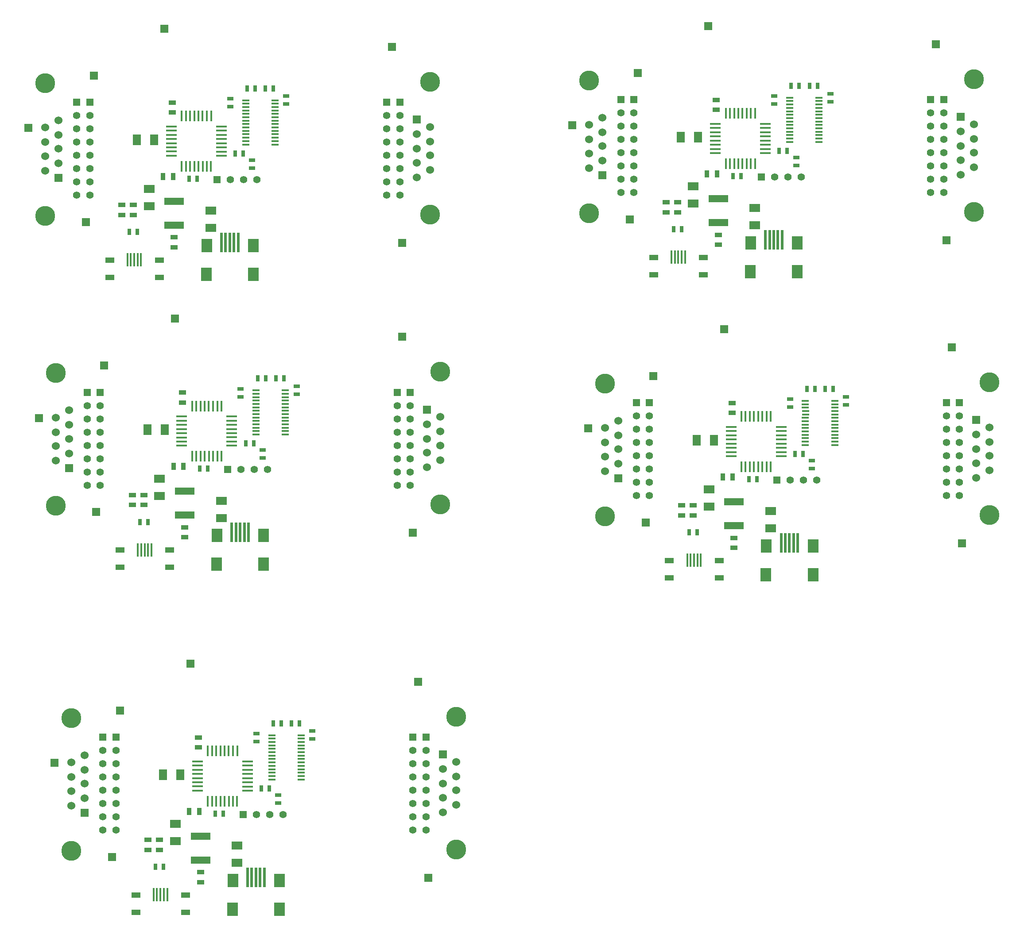
<source format=gbs>
G04 (created by PCBNEW (2013-jul-07)-stable) date śro, 10 cze 2015, 22:39:15*
%MOIN*%
G04 Gerber Fmt 3.4, Leading zero omitted, Abs format*
%FSLAX34Y34*%
G01*
G70*
G90*
G04 APERTURE LIST*
%ADD10C,0.00590551*%
%ADD11R,0.0579X0.0165*%
%ADD12C,0.15*%
%ADD13R,0.06X0.06*%
%ADD14C,0.06*%
%ADD15R,0.08X0.06*%
%ADD16R,0.06X0.08*%
%ADD17R,0.035X0.055*%
%ADD18R,0.055X0.035*%
%ADD19R,0.025X0.045*%
%ADD20R,0.045X0.025*%
%ADD21R,0.0787X0.0177*%
%ADD22R,0.0177X0.0787*%
%ADD23R,0.015748X0.0984252*%
%ADD24R,0.0708661X0.0393701*%
%ADD25R,0.055X0.055*%
%ADD26C,0.055*%
%ADD27R,0.0196X0.145669*%
%ADD28R,0.0787X0.0984*%
%ADD29R,0.15X0.055*%
%ADD30R,0.0590551X0.0590551*%
G04 APERTURE END LIST*
G54D10*
G54D11*
X69350Y-15403D03*
X69350Y-15659D03*
X69350Y-15915D03*
X69350Y-16171D03*
X67148Y-14639D03*
X69350Y-14635D03*
X69350Y-14891D03*
X69350Y-15147D03*
X67146Y-16427D03*
X67146Y-16171D03*
X67146Y-15915D03*
X67146Y-15659D03*
X67146Y-15403D03*
X67146Y-15147D03*
X69350Y-16427D03*
X67148Y-14891D03*
X69350Y-14379D03*
X69350Y-16683D03*
X67146Y-16683D03*
X67146Y-14379D03*
X69350Y-14124D03*
X69350Y-16938D03*
X67146Y-16938D03*
X67146Y-14124D03*
X69350Y-13868D03*
X69350Y-17194D03*
X67146Y-17194D03*
X67146Y-13868D03*
G54D12*
X52059Y-22569D03*
X52059Y-12569D03*
G54D13*
X53059Y-19719D03*
G54D14*
X53059Y-18619D03*
X53059Y-17519D03*
X53059Y-16469D03*
X53059Y-15369D03*
X52059Y-15919D03*
X52059Y-17019D03*
X52059Y-18069D03*
X52059Y-19169D03*
G54D12*
X81011Y-12469D03*
X81011Y-22469D03*
G54D13*
X80011Y-15319D03*
G54D14*
X80011Y-16419D03*
X80011Y-17519D03*
X80011Y-18569D03*
X80011Y-19669D03*
X81011Y-19119D03*
X81011Y-18019D03*
X81011Y-16969D03*
X81011Y-15869D03*
G54D15*
X59881Y-21831D03*
X59881Y-20531D03*
G54D16*
X60256Y-16830D03*
X58956Y-16830D03*
G54D17*
X60924Y-19606D03*
X61674Y-19606D03*
G54D18*
X58700Y-22500D03*
X58700Y-21750D03*
X57834Y-22500D03*
X57834Y-21750D03*
X61614Y-14034D03*
X61614Y-14784D03*
G54D19*
X63488Y-19763D03*
X62888Y-19763D03*
G54D20*
X65984Y-13755D03*
X65984Y-14355D03*
G54D19*
X67259Y-12972D03*
X67859Y-12972D03*
G54D20*
X70196Y-13558D03*
X70196Y-14158D03*
G54D19*
X68637Y-12972D03*
X69237Y-12972D03*
G54D21*
X61548Y-15836D03*
X61548Y-16151D03*
X61548Y-16466D03*
X61548Y-16781D03*
X61548Y-17096D03*
X61548Y-17411D03*
X61548Y-17726D03*
X61548Y-18041D03*
X65314Y-18039D03*
X65314Y-15829D03*
X65314Y-16149D03*
X65314Y-16469D03*
X65314Y-16779D03*
X65314Y-17099D03*
X65314Y-17409D03*
X65314Y-17729D03*
G54D22*
X62332Y-18829D03*
X62646Y-18829D03*
X62962Y-18829D03*
X63276Y-18829D03*
X63592Y-18829D03*
X63906Y-18829D03*
X64222Y-18829D03*
X64536Y-18829D03*
X62334Y-15049D03*
X62644Y-15049D03*
X62964Y-15049D03*
X63274Y-15049D03*
X63584Y-15049D03*
X63904Y-15049D03*
X64224Y-15049D03*
X64544Y-15049D03*
G54D23*
X58759Y-25885D03*
X59015Y-25885D03*
X58248Y-25885D03*
X58503Y-25885D03*
X59271Y-25885D03*
G54D24*
X60649Y-25905D03*
X60649Y-27204D03*
X56909Y-25905D03*
X56909Y-27204D03*
G54D25*
X77755Y-14019D03*
G54D26*
X77755Y-15019D03*
X77755Y-16019D03*
X77755Y-17019D03*
X77755Y-18019D03*
X77755Y-19019D03*
X77755Y-20019D03*
X77755Y-21019D03*
G54D19*
X66953Y-17874D03*
X66353Y-17874D03*
G54D27*
X65944Y-24566D03*
X66259Y-24566D03*
X65314Y-24566D03*
X65629Y-24566D03*
G54D28*
X64173Y-26968D03*
X67715Y-26968D03*
X64212Y-24803D03*
X67715Y-24803D03*
G54D27*
X66574Y-24566D03*
G54D29*
X61771Y-23262D03*
X61771Y-21462D03*
G54D25*
X54429Y-14019D03*
G54D26*
X54429Y-15019D03*
X54429Y-16019D03*
X54429Y-17019D03*
X54429Y-18019D03*
X54429Y-19019D03*
X54429Y-20019D03*
X54429Y-21019D03*
G54D25*
X78740Y-14019D03*
G54D26*
X78740Y-15019D03*
X78740Y-16019D03*
X78740Y-17019D03*
X78740Y-18019D03*
X78740Y-19019D03*
X78740Y-20019D03*
X78740Y-21019D03*
G54D25*
X64996Y-19842D03*
G54D26*
X65996Y-19842D03*
X66996Y-19842D03*
X67996Y-19842D03*
G54D25*
X55413Y-14019D03*
G54D26*
X55413Y-15019D03*
X55413Y-16019D03*
X55413Y-17019D03*
X55413Y-18019D03*
X55413Y-19019D03*
X55413Y-20019D03*
X55413Y-21019D03*
G54D15*
X64527Y-22184D03*
X64527Y-23484D03*
G54D18*
X61771Y-24191D03*
X61771Y-24941D03*
G54D19*
X59000Y-23779D03*
X58400Y-23779D03*
G54D20*
X67637Y-18361D03*
X67637Y-18961D03*
G54D30*
X55708Y-12007D03*
X55118Y-23031D03*
X61023Y-8464D03*
X50787Y-15944D03*
X78937Y-24606D03*
X78149Y-9842D03*
G54D11*
X69350Y-15403D03*
X69350Y-15659D03*
X69350Y-15915D03*
X69350Y-16171D03*
X67148Y-14639D03*
X69350Y-14635D03*
X69350Y-14891D03*
X69350Y-15147D03*
X67146Y-16427D03*
X67146Y-16171D03*
X67146Y-15915D03*
X67146Y-15659D03*
X67146Y-15403D03*
X67146Y-15147D03*
X69350Y-16427D03*
X67148Y-14891D03*
X69350Y-14379D03*
X69350Y-16683D03*
X67146Y-16683D03*
X67146Y-14379D03*
X69350Y-14124D03*
X69350Y-16938D03*
X67146Y-16938D03*
X67146Y-14124D03*
X69350Y-13868D03*
X69350Y-17194D03*
X67146Y-17194D03*
X67146Y-13868D03*
G54D12*
X52059Y-22569D03*
X52059Y-12569D03*
G54D13*
X53059Y-19719D03*
G54D14*
X53059Y-18619D03*
X53059Y-17519D03*
X53059Y-16469D03*
X53059Y-15369D03*
X52059Y-15919D03*
X52059Y-17019D03*
X52059Y-18069D03*
X52059Y-19169D03*
G54D12*
X81011Y-12469D03*
X81011Y-22469D03*
G54D13*
X80011Y-15319D03*
G54D14*
X80011Y-16419D03*
X80011Y-17519D03*
X80011Y-18569D03*
X80011Y-19669D03*
X81011Y-19119D03*
X81011Y-18019D03*
X81011Y-16969D03*
X81011Y-15869D03*
G54D15*
X59881Y-21831D03*
X59881Y-20531D03*
G54D16*
X60256Y-16830D03*
X58956Y-16830D03*
G54D17*
X60924Y-19606D03*
X61674Y-19606D03*
G54D18*
X58700Y-22500D03*
X58700Y-21750D03*
X57834Y-22500D03*
X57834Y-21750D03*
X61614Y-14034D03*
X61614Y-14784D03*
G54D19*
X63488Y-19763D03*
X62888Y-19763D03*
G54D20*
X65984Y-13755D03*
X65984Y-14355D03*
G54D19*
X67259Y-12972D03*
X67859Y-12972D03*
G54D20*
X70196Y-13558D03*
X70196Y-14158D03*
G54D19*
X68637Y-12972D03*
X69237Y-12972D03*
G54D21*
X61548Y-15836D03*
X61548Y-16151D03*
X61548Y-16466D03*
X61548Y-16781D03*
X61548Y-17096D03*
X61548Y-17411D03*
X61548Y-17726D03*
X61548Y-18041D03*
X65314Y-18039D03*
X65314Y-15829D03*
X65314Y-16149D03*
X65314Y-16469D03*
X65314Y-16779D03*
X65314Y-17099D03*
X65314Y-17409D03*
X65314Y-17729D03*
G54D22*
X62332Y-18829D03*
X62646Y-18829D03*
X62962Y-18829D03*
X63276Y-18829D03*
X63592Y-18829D03*
X63906Y-18829D03*
X64222Y-18829D03*
X64536Y-18829D03*
X62334Y-15049D03*
X62644Y-15049D03*
X62964Y-15049D03*
X63274Y-15049D03*
X63584Y-15049D03*
X63904Y-15049D03*
X64224Y-15049D03*
X64544Y-15049D03*
G54D23*
X58759Y-25885D03*
X59015Y-25885D03*
X58248Y-25885D03*
X58503Y-25885D03*
X59271Y-25885D03*
G54D24*
X60649Y-25905D03*
X60649Y-27204D03*
X56909Y-25905D03*
X56909Y-27204D03*
G54D25*
X77755Y-14019D03*
G54D26*
X77755Y-15019D03*
X77755Y-16019D03*
X77755Y-17019D03*
X77755Y-18019D03*
X77755Y-19019D03*
X77755Y-20019D03*
X77755Y-21019D03*
G54D19*
X66953Y-17874D03*
X66353Y-17874D03*
G54D27*
X65944Y-24566D03*
X66259Y-24566D03*
X65314Y-24566D03*
X65629Y-24566D03*
G54D28*
X64173Y-26968D03*
X67715Y-26968D03*
X64212Y-24803D03*
X67715Y-24803D03*
G54D27*
X66574Y-24566D03*
G54D29*
X61771Y-23262D03*
X61771Y-21462D03*
G54D25*
X54429Y-14019D03*
G54D26*
X54429Y-15019D03*
X54429Y-16019D03*
X54429Y-17019D03*
X54429Y-18019D03*
X54429Y-19019D03*
X54429Y-20019D03*
X54429Y-21019D03*
G54D25*
X78740Y-14019D03*
G54D26*
X78740Y-15019D03*
X78740Y-16019D03*
X78740Y-17019D03*
X78740Y-18019D03*
X78740Y-19019D03*
X78740Y-20019D03*
X78740Y-21019D03*
G54D25*
X64996Y-19842D03*
G54D26*
X65996Y-19842D03*
X66996Y-19842D03*
X67996Y-19842D03*
G54D25*
X55413Y-14019D03*
G54D26*
X55413Y-15019D03*
X55413Y-16019D03*
X55413Y-17019D03*
X55413Y-18019D03*
X55413Y-19019D03*
X55413Y-20019D03*
X55413Y-21019D03*
G54D15*
X64527Y-22184D03*
X64527Y-23484D03*
G54D18*
X61771Y-24191D03*
X61771Y-24941D03*
G54D19*
X59000Y-23779D03*
X58400Y-23779D03*
G54D20*
X67637Y-18361D03*
X67637Y-18961D03*
G54D30*
X55708Y-12007D03*
X55118Y-23031D03*
X61023Y-8464D03*
X50787Y-15944D03*
X78937Y-24606D03*
X78149Y-9842D03*
G54D11*
X69350Y-15403D03*
X69350Y-15659D03*
X69350Y-15915D03*
X69350Y-16171D03*
X67148Y-14639D03*
X69350Y-14635D03*
X69350Y-14891D03*
X69350Y-15147D03*
X67146Y-16427D03*
X67146Y-16171D03*
X67146Y-15915D03*
X67146Y-15659D03*
X67146Y-15403D03*
X67146Y-15147D03*
X69350Y-16427D03*
X67148Y-14891D03*
X69350Y-14379D03*
X69350Y-16683D03*
X67146Y-16683D03*
X67146Y-14379D03*
X69350Y-14124D03*
X69350Y-16938D03*
X67146Y-16938D03*
X67146Y-14124D03*
X69350Y-13868D03*
X69350Y-17194D03*
X67146Y-17194D03*
X67146Y-13868D03*
G54D12*
X52059Y-22569D03*
X52059Y-12569D03*
G54D13*
X53059Y-19719D03*
G54D14*
X53059Y-18619D03*
X53059Y-17519D03*
X53059Y-16469D03*
X53059Y-15369D03*
X52059Y-15919D03*
X52059Y-17019D03*
X52059Y-18069D03*
X52059Y-19169D03*
G54D12*
X81011Y-12469D03*
X81011Y-22469D03*
G54D13*
X80011Y-15319D03*
G54D14*
X80011Y-16419D03*
X80011Y-17519D03*
X80011Y-18569D03*
X80011Y-19669D03*
X81011Y-19119D03*
X81011Y-18019D03*
X81011Y-16969D03*
X81011Y-15869D03*
G54D15*
X59881Y-21831D03*
X59881Y-20531D03*
G54D16*
X60256Y-16830D03*
X58956Y-16830D03*
G54D17*
X60924Y-19606D03*
X61674Y-19606D03*
G54D18*
X58700Y-22500D03*
X58700Y-21750D03*
X57834Y-22500D03*
X57834Y-21750D03*
X61614Y-14034D03*
X61614Y-14784D03*
G54D19*
X63488Y-19763D03*
X62888Y-19763D03*
G54D20*
X65984Y-13755D03*
X65984Y-14355D03*
G54D19*
X67259Y-12972D03*
X67859Y-12972D03*
G54D20*
X70196Y-13558D03*
X70196Y-14158D03*
G54D19*
X68637Y-12972D03*
X69237Y-12972D03*
G54D21*
X61548Y-15836D03*
X61548Y-16151D03*
X61548Y-16466D03*
X61548Y-16781D03*
X61548Y-17096D03*
X61548Y-17411D03*
X61548Y-17726D03*
X61548Y-18041D03*
X65314Y-18039D03*
X65314Y-15829D03*
X65314Y-16149D03*
X65314Y-16469D03*
X65314Y-16779D03*
X65314Y-17099D03*
X65314Y-17409D03*
X65314Y-17729D03*
G54D22*
X62332Y-18829D03*
X62646Y-18829D03*
X62962Y-18829D03*
X63276Y-18829D03*
X63592Y-18829D03*
X63906Y-18829D03*
X64222Y-18829D03*
X64536Y-18829D03*
X62334Y-15049D03*
X62644Y-15049D03*
X62964Y-15049D03*
X63274Y-15049D03*
X63584Y-15049D03*
X63904Y-15049D03*
X64224Y-15049D03*
X64544Y-15049D03*
G54D23*
X58759Y-25885D03*
X59015Y-25885D03*
X58248Y-25885D03*
X58503Y-25885D03*
X59271Y-25885D03*
G54D24*
X60649Y-25905D03*
X60649Y-27204D03*
X56909Y-25905D03*
X56909Y-27204D03*
G54D25*
X77755Y-14019D03*
G54D26*
X77755Y-15019D03*
X77755Y-16019D03*
X77755Y-17019D03*
X77755Y-18019D03*
X77755Y-19019D03*
X77755Y-20019D03*
X77755Y-21019D03*
G54D19*
X66953Y-17874D03*
X66353Y-17874D03*
G54D27*
X65944Y-24566D03*
X66259Y-24566D03*
X65314Y-24566D03*
X65629Y-24566D03*
G54D28*
X64173Y-26968D03*
X67715Y-26968D03*
X64212Y-24803D03*
X67715Y-24803D03*
G54D27*
X66574Y-24566D03*
G54D29*
X61771Y-23262D03*
X61771Y-21462D03*
G54D25*
X54429Y-14019D03*
G54D26*
X54429Y-15019D03*
X54429Y-16019D03*
X54429Y-17019D03*
X54429Y-18019D03*
X54429Y-19019D03*
X54429Y-20019D03*
X54429Y-21019D03*
G54D25*
X78740Y-14019D03*
G54D26*
X78740Y-15019D03*
X78740Y-16019D03*
X78740Y-17019D03*
X78740Y-18019D03*
X78740Y-19019D03*
X78740Y-20019D03*
X78740Y-21019D03*
G54D25*
X64996Y-19842D03*
G54D26*
X65996Y-19842D03*
X66996Y-19842D03*
X67996Y-19842D03*
G54D25*
X55413Y-14019D03*
G54D26*
X55413Y-15019D03*
X55413Y-16019D03*
X55413Y-17019D03*
X55413Y-18019D03*
X55413Y-19019D03*
X55413Y-20019D03*
X55413Y-21019D03*
G54D15*
X64527Y-22184D03*
X64527Y-23484D03*
G54D18*
X61771Y-24191D03*
X61771Y-24941D03*
G54D19*
X59000Y-23779D03*
X58400Y-23779D03*
G54D20*
X67637Y-18361D03*
X67637Y-18961D03*
G54D30*
X55708Y-12007D03*
X55118Y-23031D03*
X61023Y-8464D03*
X50787Y-15944D03*
X78937Y-24606D03*
X78149Y-9842D03*
G54D11*
X29192Y-37450D03*
X29192Y-37706D03*
X29192Y-37962D03*
X29192Y-38218D03*
X26990Y-36686D03*
X29192Y-36682D03*
X29192Y-36938D03*
X29192Y-37194D03*
X26988Y-38474D03*
X26988Y-38218D03*
X26988Y-37962D03*
X26988Y-37706D03*
X26988Y-37450D03*
X26988Y-37194D03*
X29192Y-38474D03*
X26990Y-36938D03*
X29192Y-36426D03*
X29192Y-38730D03*
X26988Y-38730D03*
X26988Y-36426D03*
X29192Y-36171D03*
X29192Y-38985D03*
X26988Y-38985D03*
X26988Y-36171D03*
X29192Y-35915D03*
X29192Y-39241D03*
X26988Y-39241D03*
X26988Y-35915D03*
G54D12*
X11901Y-44616D03*
X11901Y-34616D03*
G54D13*
X12901Y-41766D03*
G54D14*
X12901Y-40666D03*
X12901Y-39566D03*
X12901Y-38516D03*
X12901Y-37416D03*
X11901Y-37966D03*
X11901Y-39066D03*
X11901Y-40116D03*
X11901Y-41216D03*
G54D12*
X40854Y-34516D03*
X40854Y-44516D03*
G54D13*
X39854Y-37366D03*
G54D14*
X39854Y-38466D03*
X39854Y-39566D03*
X39854Y-40616D03*
X39854Y-41716D03*
X40854Y-41166D03*
X40854Y-40066D03*
X40854Y-39016D03*
X40854Y-37916D03*
G54D15*
X19724Y-43878D03*
X19724Y-42578D03*
G54D16*
X20098Y-38877D03*
X18798Y-38877D03*
G54D17*
X20766Y-41653D03*
X21516Y-41653D03*
G54D18*
X18543Y-44548D03*
X18543Y-43798D03*
X17677Y-44548D03*
X17677Y-43798D03*
X21456Y-36081D03*
X21456Y-36831D03*
G54D19*
X23331Y-41811D03*
X22731Y-41811D03*
G54D20*
X25826Y-35802D03*
X25826Y-36402D03*
G54D19*
X27101Y-35019D03*
X27701Y-35019D03*
G54D20*
X30039Y-35605D03*
X30039Y-36205D03*
G54D19*
X28479Y-35019D03*
X29079Y-35019D03*
G54D21*
X21391Y-37883D03*
X21391Y-38198D03*
X21391Y-38513D03*
X21391Y-38828D03*
X21391Y-39143D03*
X21391Y-39458D03*
X21391Y-39773D03*
X21391Y-40088D03*
X25157Y-40086D03*
X25157Y-37876D03*
X25157Y-38196D03*
X25157Y-38516D03*
X25157Y-38826D03*
X25157Y-39146D03*
X25157Y-39456D03*
X25157Y-39776D03*
G54D22*
X22175Y-40876D03*
X22489Y-40876D03*
X22805Y-40876D03*
X23119Y-40876D03*
X23435Y-40876D03*
X23749Y-40876D03*
X24065Y-40876D03*
X24379Y-40876D03*
X22177Y-37096D03*
X22487Y-37096D03*
X22807Y-37096D03*
X23117Y-37096D03*
X23427Y-37096D03*
X23747Y-37096D03*
X24067Y-37096D03*
X24387Y-37096D03*
G54D23*
X18602Y-47933D03*
X18858Y-47933D03*
X18090Y-47933D03*
X18346Y-47933D03*
X19114Y-47933D03*
G54D24*
X20492Y-47952D03*
X20492Y-49251D03*
X16751Y-47952D03*
X16751Y-49251D03*
G54D25*
X37598Y-36066D03*
G54D26*
X37598Y-37066D03*
X37598Y-38066D03*
X37598Y-39066D03*
X37598Y-40066D03*
X37598Y-41066D03*
X37598Y-42066D03*
X37598Y-43066D03*
G54D19*
X26796Y-39921D03*
X26196Y-39921D03*
G54D27*
X25787Y-46614D03*
X26102Y-46614D03*
X25157Y-46614D03*
X25472Y-46614D03*
G54D28*
X24016Y-49015D03*
X27558Y-49015D03*
X24055Y-46850D03*
X27558Y-46850D03*
G54D27*
X26417Y-46614D03*
G54D29*
X21614Y-45309D03*
X21614Y-43509D03*
G54D25*
X14271Y-36066D03*
G54D26*
X14271Y-37066D03*
X14271Y-38066D03*
X14271Y-39066D03*
X14271Y-40066D03*
X14271Y-41066D03*
X14271Y-42066D03*
X14271Y-43066D03*
G54D25*
X38582Y-36066D03*
G54D26*
X38582Y-37066D03*
X38582Y-38066D03*
X38582Y-39066D03*
X38582Y-40066D03*
X38582Y-41066D03*
X38582Y-42066D03*
X38582Y-43066D03*
G54D25*
X24838Y-41889D03*
G54D26*
X25838Y-41889D03*
X26838Y-41889D03*
X27838Y-41889D03*
G54D25*
X15255Y-36066D03*
G54D26*
X15255Y-37066D03*
X15255Y-38066D03*
X15255Y-39066D03*
X15255Y-40066D03*
X15255Y-41066D03*
X15255Y-42066D03*
X15255Y-43066D03*
G54D15*
X24370Y-44231D03*
X24370Y-45531D03*
G54D18*
X21614Y-46239D03*
X21614Y-46989D03*
G54D19*
X18843Y-45826D03*
X18243Y-45826D03*
G54D20*
X27480Y-40408D03*
X27480Y-41008D03*
G54D30*
X15551Y-34055D03*
X14960Y-45078D03*
X20866Y-30511D03*
X10629Y-37992D03*
X38779Y-46653D03*
X37992Y-31889D03*
G54D11*
X29192Y-37450D03*
X29192Y-37706D03*
X29192Y-37962D03*
X29192Y-38218D03*
X26990Y-36686D03*
X29192Y-36682D03*
X29192Y-36938D03*
X29192Y-37194D03*
X26988Y-38474D03*
X26988Y-38218D03*
X26988Y-37962D03*
X26988Y-37706D03*
X26988Y-37450D03*
X26988Y-37194D03*
X29192Y-38474D03*
X26990Y-36938D03*
X29192Y-36426D03*
X29192Y-38730D03*
X26988Y-38730D03*
X26988Y-36426D03*
X29192Y-36171D03*
X29192Y-38985D03*
X26988Y-38985D03*
X26988Y-36171D03*
X29192Y-35915D03*
X29192Y-39241D03*
X26988Y-39241D03*
X26988Y-35915D03*
G54D12*
X11901Y-44616D03*
X11901Y-34616D03*
G54D13*
X12901Y-41766D03*
G54D14*
X12901Y-40666D03*
X12901Y-39566D03*
X12901Y-38516D03*
X12901Y-37416D03*
X11901Y-37966D03*
X11901Y-39066D03*
X11901Y-40116D03*
X11901Y-41216D03*
G54D12*
X40854Y-34516D03*
X40854Y-44516D03*
G54D13*
X39854Y-37366D03*
G54D14*
X39854Y-38466D03*
X39854Y-39566D03*
X39854Y-40616D03*
X39854Y-41716D03*
X40854Y-41166D03*
X40854Y-40066D03*
X40854Y-39016D03*
X40854Y-37916D03*
G54D15*
X19724Y-43878D03*
X19724Y-42578D03*
G54D16*
X20098Y-38877D03*
X18798Y-38877D03*
G54D17*
X20766Y-41653D03*
X21516Y-41653D03*
G54D18*
X18543Y-44548D03*
X18543Y-43798D03*
X17677Y-44548D03*
X17677Y-43798D03*
X21456Y-36081D03*
X21456Y-36831D03*
G54D19*
X23331Y-41811D03*
X22731Y-41811D03*
G54D20*
X25826Y-35802D03*
X25826Y-36402D03*
G54D19*
X27101Y-35019D03*
X27701Y-35019D03*
G54D20*
X30039Y-35605D03*
X30039Y-36205D03*
G54D19*
X28479Y-35019D03*
X29079Y-35019D03*
G54D21*
X21391Y-37883D03*
X21391Y-38198D03*
X21391Y-38513D03*
X21391Y-38828D03*
X21391Y-39143D03*
X21391Y-39458D03*
X21391Y-39773D03*
X21391Y-40088D03*
X25157Y-40086D03*
X25157Y-37876D03*
X25157Y-38196D03*
X25157Y-38516D03*
X25157Y-38826D03*
X25157Y-39146D03*
X25157Y-39456D03*
X25157Y-39776D03*
G54D22*
X22175Y-40876D03*
X22489Y-40876D03*
X22805Y-40876D03*
X23119Y-40876D03*
X23435Y-40876D03*
X23749Y-40876D03*
X24065Y-40876D03*
X24379Y-40876D03*
X22177Y-37096D03*
X22487Y-37096D03*
X22807Y-37096D03*
X23117Y-37096D03*
X23427Y-37096D03*
X23747Y-37096D03*
X24067Y-37096D03*
X24387Y-37096D03*
G54D23*
X18602Y-47933D03*
X18858Y-47933D03*
X18090Y-47933D03*
X18346Y-47933D03*
X19114Y-47933D03*
G54D24*
X20492Y-47952D03*
X20492Y-49251D03*
X16751Y-47952D03*
X16751Y-49251D03*
G54D25*
X37598Y-36066D03*
G54D26*
X37598Y-37066D03*
X37598Y-38066D03*
X37598Y-39066D03*
X37598Y-40066D03*
X37598Y-41066D03*
X37598Y-42066D03*
X37598Y-43066D03*
G54D19*
X26796Y-39921D03*
X26196Y-39921D03*
G54D27*
X25787Y-46614D03*
X26102Y-46614D03*
X25157Y-46614D03*
X25472Y-46614D03*
G54D28*
X24016Y-49015D03*
X27558Y-49015D03*
X24055Y-46850D03*
X27558Y-46850D03*
G54D27*
X26417Y-46614D03*
G54D29*
X21614Y-45309D03*
X21614Y-43509D03*
G54D25*
X14271Y-36066D03*
G54D26*
X14271Y-37066D03*
X14271Y-38066D03*
X14271Y-39066D03*
X14271Y-40066D03*
X14271Y-41066D03*
X14271Y-42066D03*
X14271Y-43066D03*
G54D25*
X38582Y-36066D03*
G54D26*
X38582Y-37066D03*
X38582Y-38066D03*
X38582Y-39066D03*
X38582Y-40066D03*
X38582Y-41066D03*
X38582Y-42066D03*
X38582Y-43066D03*
G54D25*
X24838Y-41889D03*
G54D26*
X25838Y-41889D03*
X26838Y-41889D03*
X27838Y-41889D03*
G54D25*
X15255Y-36066D03*
G54D26*
X15255Y-37066D03*
X15255Y-38066D03*
X15255Y-39066D03*
X15255Y-40066D03*
X15255Y-41066D03*
X15255Y-42066D03*
X15255Y-43066D03*
G54D15*
X24370Y-44231D03*
X24370Y-45531D03*
G54D18*
X21614Y-46239D03*
X21614Y-46989D03*
G54D19*
X18843Y-45826D03*
X18243Y-45826D03*
G54D20*
X27480Y-40408D03*
X27480Y-41008D03*
G54D30*
X15551Y-34055D03*
X14960Y-45078D03*
X20866Y-30511D03*
X10629Y-37992D03*
X38779Y-46653D03*
X37992Y-31889D03*
G54D11*
X70531Y-38238D03*
X70531Y-38494D03*
X70531Y-38750D03*
X70531Y-39006D03*
X68329Y-37474D03*
X70531Y-37470D03*
X70531Y-37726D03*
X70531Y-37982D03*
X68327Y-39262D03*
X68327Y-39006D03*
X68327Y-38750D03*
X68327Y-38494D03*
X68327Y-38238D03*
X68327Y-37982D03*
X70531Y-39262D03*
X68329Y-37726D03*
X70531Y-37214D03*
X70531Y-39518D03*
X68327Y-39518D03*
X68327Y-37214D03*
X70531Y-36959D03*
X70531Y-39773D03*
X68327Y-39773D03*
X68327Y-36959D03*
X70531Y-36703D03*
X70531Y-40029D03*
X68327Y-40029D03*
X68327Y-36703D03*
G54D12*
X53240Y-45404D03*
X53240Y-35404D03*
G54D13*
X54240Y-42554D03*
G54D14*
X54240Y-41454D03*
X54240Y-40354D03*
X54240Y-39304D03*
X54240Y-38204D03*
X53240Y-38754D03*
X53240Y-39854D03*
X53240Y-40904D03*
X53240Y-42004D03*
G54D12*
X82192Y-35304D03*
X82192Y-45304D03*
G54D13*
X81192Y-38154D03*
G54D14*
X81192Y-39254D03*
X81192Y-40354D03*
X81192Y-41404D03*
X81192Y-42504D03*
X82192Y-41954D03*
X82192Y-40854D03*
X82192Y-39804D03*
X82192Y-38704D03*
G54D15*
X61062Y-44665D03*
X61062Y-43365D03*
G54D16*
X61437Y-39665D03*
X60137Y-39665D03*
G54D17*
X62105Y-42440D03*
X62855Y-42440D03*
G54D18*
X59881Y-45335D03*
X59881Y-44585D03*
X59015Y-45335D03*
X59015Y-44585D03*
X62795Y-36869D03*
X62795Y-37619D03*
G54D19*
X64670Y-42598D03*
X64070Y-42598D03*
G54D20*
X67165Y-36589D03*
X67165Y-37189D03*
G54D19*
X68440Y-35807D03*
X69040Y-35807D03*
G54D20*
X71377Y-36392D03*
X71377Y-36992D03*
G54D19*
X69818Y-35807D03*
X70418Y-35807D03*
G54D21*
X62729Y-38670D03*
X62729Y-38985D03*
X62729Y-39300D03*
X62729Y-39615D03*
X62729Y-39930D03*
X62729Y-40245D03*
X62729Y-40560D03*
X62729Y-40875D03*
X66495Y-40873D03*
X66495Y-38663D03*
X66495Y-38983D03*
X66495Y-39303D03*
X66495Y-39613D03*
X66495Y-39933D03*
X66495Y-40243D03*
X66495Y-40563D03*
G54D22*
X63513Y-41663D03*
X63827Y-41663D03*
X64143Y-41663D03*
X64457Y-41663D03*
X64773Y-41663D03*
X65087Y-41663D03*
X65403Y-41663D03*
X65717Y-41663D03*
X63515Y-37883D03*
X63825Y-37883D03*
X64145Y-37883D03*
X64455Y-37883D03*
X64765Y-37883D03*
X65085Y-37883D03*
X65405Y-37883D03*
X65725Y-37883D03*
G54D23*
X59940Y-48720D03*
X60196Y-48720D03*
X59429Y-48720D03*
X59685Y-48720D03*
X60452Y-48720D03*
G54D24*
X61830Y-48740D03*
X61830Y-50039D03*
X58090Y-48740D03*
X58090Y-50039D03*
G54D25*
X78937Y-36854D03*
G54D26*
X78937Y-37854D03*
X78937Y-38854D03*
X78937Y-39854D03*
X78937Y-40854D03*
X78937Y-41854D03*
X78937Y-42854D03*
X78937Y-43854D03*
G54D19*
X68134Y-40708D03*
X67534Y-40708D03*
G54D27*
X67125Y-47401D03*
X67440Y-47401D03*
X66496Y-47401D03*
X66811Y-47401D03*
G54D28*
X65354Y-49803D03*
X68896Y-49803D03*
X65393Y-47638D03*
X68896Y-47638D03*
G54D27*
X67755Y-47401D03*
G54D29*
X62952Y-46096D03*
X62952Y-44296D03*
G54D25*
X55610Y-36854D03*
G54D26*
X55610Y-37854D03*
X55610Y-38854D03*
X55610Y-39854D03*
X55610Y-40854D03*
X55610Y-41854D03*
X55610Y-42854D03*
X55610Y-43854D03*
G54D25*
X79921Y-36854D03*
G54D26*
X79921Y-37854D03*
X79921Y-38854D03*
X79921Y-39854D03*
X79921Y-40854D03*
X79921Y-41854D03*
X79921Y-42854D03*
X79921Y-43854D03*
G54D25*
X66177Y-42677D03*
G54D26*
X67177Y-42677D03*
X68177Y-42677D03*
X69177Y-42677D03*
G54D25*
X56594Y-36854D03*
G54D26*
X56594Y-37854D03*
X56594Y-38854D03*
X56594Y-39854D03*
X56594Y-40854D03*
X56594Y-41854D03*
X56594Y-42854D03*
X56594Y-43854D03*
G54D15*
X65708Y-45019D03*
X65708Y-46319D03*
G54D18*
X62952Y-47026D03*
X62952Y-47776D03*
G54D19*
X60181Y-46614D03*
X59581Y-46614D03*
G54D20*
X68818Y-41196D03*
X68818Y-41796D03*
G54D30*
X56889Y-34842D03*
X56299Y-45866D03*
X62204Y-31299D03*
X51968Y-38779D03*
X80118Y-47440D03*
X79330Y-32677D03*
G54D11*
X30373Y-63434D03*
X30373Y-63690D03*
X30373Y-63946D03*
X30373Y-64202D03*
X28171Y-62670D03*
X30373Y-62666D03*
X30373Y-62922D03*
X30373Y-63178D03*
X28169Y-64458D03*
X28169Y-64202D03*
X28169Y-63946D03*
X28169Y-63690D03*
X28169Y-63434D03*
X28169Y-63178D03*
X30373Y-64458D03*
X28171Y-62922D03*
X30373Y-62410D03*
X30373Y-64714D03*
X28169Y-64714D03*
X28169Y-62410D03*
X30373Y-62155D03*
X30373Y-64969D03*
X28169Y-64969D03*
X28169Y-62155D03*
X30373Y-61899D03*
X30373Y-65225D03*
X28169Y-65225D03*
X28169Y-61899D03*
G54D12*
X13082Y-70601D03*
X13082Y-60601D03*
G54D13*
X14082Y-67751D03*
G54D14*
X14082Y-66651D03*
X14082Y-65551D03*
X14082Y-64501D03*
X14082Y-63401D03*
X13082Y-63951D03*
X13082Y-65051D03*
X13082Y-66101D03*
X13082Y-67201D03*
G54D12*
X42035Y-60501D03*
X42035Y-70501D03*
G54D13*
X41035Y-63351D03*
G54D14*
X41035Y-64451D03*
X41035Y-65551D03*
X41035Y-66601D03*
X41035Y-67701D03*
X42035Y-67151D03*
X42035Y-66051D03*
X42035Y-65001D03*
X42035Y-63901D03*
G54D15*
X20905Y-69862D03*
X20905Y-68562D03*
G54D16*
X21279Y-64862D03*
X19979Y-64862D03*
G54D17*
X21947Y-67637D03*
X22697Y-67637D03*
G54D18*
X19724Y-70532D03*
X19724Y-69782D03*
X18858Y-70532D03*
X18858Y-69782D03*
X22637Y-62065D03*
X22637Y-62815D03*
G54D19*
X24512Y-67795D03*
X23912Y-67795D03*
G54D20*
X27007Y-61786D03*
X27007Y-62386D03*
G54D19*
X28282Y-61003D03*
X28882Y-61003D03*
G54D20*
X31220Y-61589D03*
X31220Y-62189D03*
G54D19*
X29660Y-61003D03*
X30260Y-61003D03*
G54D21*
X22572Y-63867D03*
X22572Y-64182D03*
X22572Y-64497D03*
X22572Y-64812D03*
X22572Y-65127D03*
X22572Y-65442D03*
X22572Y-65757D03*
X22572Y-66072D03*
X26338Y-66070D03*
X26338Y-63860D03*
X26338Y-64180D03*
X26338Y-64500D03*
X26338Y-64810D03*
X26338Y-65130D03*
X26338Y-65440D03*
X26338Y-65760D03*
G54D22*
X23356Y-66860D03*
X23670Y-66860D03*
X23986Y-66860D03*
X24300Y-66860D03*
X24616Y-66860D03*
X24930Y-66860D03*
X25246Y-66860D03*
X25560Y-66860D03*
X23358Y-63080D03*
X23668Y-63080D03*
X23988Y-63080D03*
X24298Y-63080D03*
X24608Y-63080D03*
X24928Y-63080D03*
X25248Y-63080D03*
X25568Y-63080D03*
G54D23*
X19783Y-73917D03*
X20039Y-73917D03*
X19271Y-73917D03*
X19527Y-73917D03*
X20295Y-73917D03*
G54D24*
X21673Y-73937D03*
X21673Y-75236D03*
X17933Y-73937D03*
X17933Y-75236D03*
G54D25*
X38779Y-62051D03*
G54D26*
X38779Y-63051D03*
X38779Y-64051D03*
X38779Y-65051D03*
X38779Y-66051D03*
X38779Y-67051D03*
X38779Y-68051D03*
X38779Y-69051D03*
G54D19*
X27977Y-65905D03*
X27377Y-65905D03*
G54D27*
X26968Y-72598D03*
X27283Y-72598D03*
X26338Y-72598D03*
X26653Y-72598D03*
G54D28*
X25197Y-74999D03*
X28739Y-74999D03*
X25236Y-72834D03*
X28739Y-72834D03*
G54D27*
X27598Y-72598D03*
G54D29*
X22795Y-71293D03*
X22795Y-69493D03*
G54D25*
X15452Y-62051D03*
G54D26*
X15452Y-63051D03*
X15452Y-64051D03*
X15452Y-65051D03*
X15452Y-66051D03*
X15452Y-67051D03*
X15452Y-68051D03*
X15452Y-69051D03*
G54D25*
X39763Y-62051D03*
G54D26*
X39763Y-63051D03*
X39763Y-64051D03*
X39763Y-65051D03*
X39763Y-66051D03*
X39763Y-67051D03*
X39763Y-68051D03*
X39763Y-69051D03*
G54D25*
X26019Y-67874D03*
G54D26*
X27019Y-67874D03*
X28019Y-67874D03*
X29019Y-67874D03*
G54D25*
X16437Y-62051D03*
G54D26*
X16437Y-63051D03*
X16437Y-64051D03*
X16437Y-65051D03*
X16437Y-66051D03*
X16437Y-67051D03*
X16437Y-68051D03*
X16437Y-69051D03*
G54D15*
X25551Y-70216D03*
X25551Y-71516D03*
G54D18*
X22795Y-72223D03*
X22795Y-72973D03*
G54D19*
X20024Y-71811D03*
X19424Y-71811D03*
G54D20*
X28661Y-66392D03*
X28661Y-66992D03*
G54D30*
X16732Y-60039D03*
X16141Y-71062D03*
X22047Y-56496D03*
X11811Y-63976D03*
X39960Y-72637D03*
X39173Y-57874D03*
G54D11*
X28405Y-15600D03*
X28405Y-15856D03*
X28405Y-16112D03*
X28405Y-16368D03*
X26203Y-14836D03*
X28405Y-14832D03*
X28405Y-15088D03*
X28405Y-15344D03*
X26201Y-16624D03*
X26201Y-16368D03*
X26201Y-16112D03*
X26201Y-15856D03*
X26201Y-15600D03*
X26201Y-15344D03*
X28405Y-16624D03*
X26203Y-15088D03*
X28405Y-14576D03*
X28405Y-16880D03*
X26201Y-16880D03*
X26201Y-14576D03*
X28405Y-14321D03*
X28405Y-17135D03*
X26201Y-17135D03*
X26201Y-14321D03*
X28405Y-14065D03*
X28405Y-17391D03*
X26201Y-17391D03*
X26201Y-14065D03*
G54D12*
X11114Y-22766D03*
X11114Y-12766D03*
G54D13*
X12114Y-19916D03*
G54D14*
X12114Y-18816D03*
X12114Y-17716D03*
X12114Y-16666D03*
X12114Y-15566D03*
X11114Y-16116D03*
X11114Y-17216D03*
X11114Y-18266D03*
X11114Y-19366D03*
G54D12*
X40066Y-12666D03*
X40066Y-22666D03*
G54D13*
X39066Y-15516D03*
G54D14*
X39066Y-16616D03*
X39066Y-17716D03*
X39066Y-18766D03*
X39066Y-19866D03*
X40066Y-19316D03*
X40066Y-18216D03*
X40066Y-17166D03*
X40066Y-16066D03*
G54D15*
X18937Y-22027D03*
X18937Y-20727D03*
G54D16*
X19311Y-17027D03*
X18011Y-17027D03*
G54D17*
X19979Y-19803D03*
X20729Y-19803D03*
G54D18*
X17755Y-22697D03*
X17755Y-21947D03*
X16889Y-22697D03*
X16889Y-21947D03*
X20669Y-14231D03*
X20669Y-14981D03*
G54D19*
X22544Y-19960D03*
X21944Y-19960D03*
G54D20*
X25039Y-13951D03*
X25039Y-14551D03*
G54D19*
X26314Y-13169D03*
X26914Y-13169D03*
G54D20*
X29251Y-13755D03*
X29251Y-14355D03*
G54D19*
X27692Y-13169D03*
X28292Y-13169D03*
G54D21*
X20604Y-16032D03*
X20604Y-16347D03*
X20604Y-16662D03*
X20604Y-16977D03*
X20604Y-17292D03*
X20604Y-17607D03*
X20604Y-17922D03*
X20604Y-18237D03*
X24370Y-18235D03*
X24370Y-16025D03*
X24370Y-16345D03*
X24370Y-16665D03*
X24370Y-16975D03*
X24370Y-17295D03*
X24370Y-17605D03*
X24370Y-17925D03*
G54D22*
X21388Y-19025D03*
X21702Y-19025D03*
X22018Y-19025D03*
X22332Y-19025D03*
X22648Y-19025D03*
X22962Y-19025D03*
X23278Y-19025D03*
X23592Y-19025D03*
X21390Y-15245D03*
X21700Y-15245D03*
X22020Y-15245D03*
X22330Y-15245D03*
X22640Y-15245D03*
X22960Y-15245D03*
X23280Y-15245D03*
X23600Y-15245D03*
G54D23*
X17814Y-26082D03*
X18070Y-26082D03*
X17303Y-26082D03*
X17559Y-26082D03*
X18326Y-26082D03*
G54D24*
X19704Y-26102D03*
X19704Y-27401D03*
X15964Y-26102D03*
X15964Y-27401D03*
G54D25*
X36811Y-14216D03*
G54D26*
X36811Y-15216D03*
X36811Y-16216D03*
X36811Y-17216D03*
X36811Y-18216D03*
X36811Y-19216D03*
X36811Y-20216D03*
X36811Y-21216D03*
G54D19*
X26008Y-18070D03*
X25408Y-18070D03*
G54D27*
X25000Y-24763D03*
X25314Y-24763D03*
X24370Y-24763D03*
X24685Y-24763D03*
G54D28*
X23229Y-27165D03*
X26771Y-27165D03*
X23268Y-25000D03*
X26771Y-25000D03*
G54D27*
X25629Y-24763D03*
G54D29*
X20826Y-23459D03*
X20826Y-21659D03*
G54D25*
X13484Y-14216D03*
G54D26*
X13484Y-15216D03*
X13484Y-16216D03*
X13484Y-17216D03*
X13484Y-18216D03*
X13484Y-19216D03*
X13484Y-20216D03*
X13484Y-21216D03*
G54D25*
X37795Y-14216D03*
G54D26*
X37795Y-15216D03*
X37795Y-16216D03*
X37795Y-17216D03*
X37795Y-18216D03*
X37795Y-19216D03*
X37795Y-20216D03*
X37795Y-21216D03*
G54D25*
X24051Y-20039D03*
G54D26*
X25051Y-20039D03*
X26051Y-20039D03*
X27051Y-20039D03*
G54D25*
X14468Y-14216D03*
G54D26*
X14468Y-15216D03*
X14468Y-16216D03*
X14468Y-17216D03*
X14468Y-18216D03*
X14468Y-19216D03*
X14468Y-20216D03*
X14468Y-21216D03*
G54D15*
X23582Y-22381D03*
X23582Y-23681D03*
G54D18*
X20826Y-24388D03*
X20826Y-25138D03*
G54D19*
X18055Y-23976D03*
X17455Y-23976D03*
G54D20*
X26692Y-18558D03*
X26692Y-19158D03*
G54D30*
X14763Y-12204D03*
X14173Y-23228D03*
X20078Y-8661D03*
X9842Y-16141D03*
X37992Y-24803D03*
X37204Y-10039D03*
M02*

</source>
